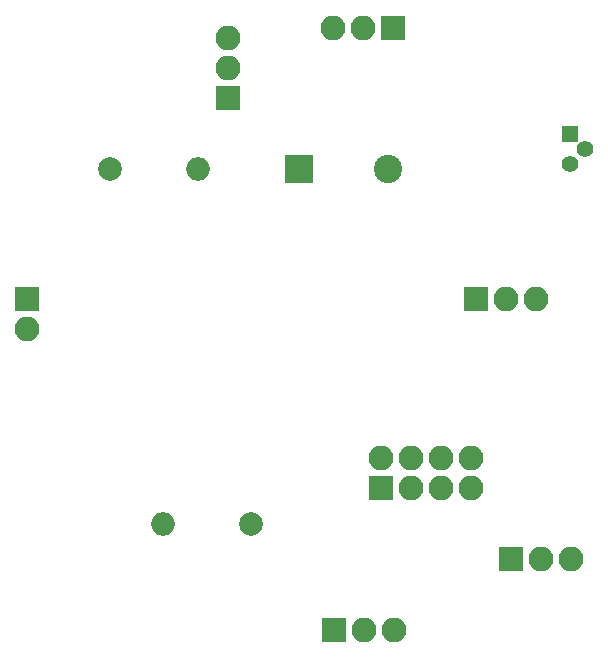
<source format=gbs>
G04 #@! TF.FileFunction,Soldermask,Bot*
%FSLAX46Y46*%
G04 Gerber Fmt 4.6, Leading zero omitted, Abs format (unit mm)*
G04 Created by KiCad (PCBNEW 4.0.7) date 03/26/19 14:41:24*
%MOMM*%
%LPD*%
G01*
G04 APERTURE LIST*
%ADD10C,0.100000*%
%ADD11R,2.400000X2.400000*%
%ADD12C,2.400000*%
%ADD13C,2.000000*%
%ADD14O,2.000000X2.000000*%
%ADD15R,2.100000X2.100000*%
%ADD16O,2.100000X2.100000*%
%ADD17C,1.400000*%
%ADD18R,1.400000X1.400000*%
G04 APERTURE END LIST*
D10*
D11*
X84000000Y-42000000D03*
D12*
X91600000Y-42000000D03*
D13*
X68000000Y-42000000D03*
D14*
X75500000Y-42000000D03*
D13*
X80000000Y-72000000D03*
D14*
X72500000Y-72000000D03*
D15*
X61000000Y-53000000D03*
D16*
X61000000Y-55540000D03*
D15*
X91000000Y-69000000D03*
D16*
X91000000Y-66460000D03*
X93540000Y-69000000D03*
X93540000Y-66460000D03*
X96080000Y-69000000D03*
X96080000Y-66460000D03*
X98620000Y-69000000D03*
X98620000Y-66460000D03*
D15*
X87000000Y-81000000D03*
D16*
X89540000Y-81000000D03*
X92080000Y-81000000D03*
D15*
X92000000Y-30000000D03*
D16*
X89460000Y-30000000D03*
X86920000Y-30000000D03*
D17*
X108270000Y-40270000D03*
X107000000Y-41540000D03*
D18*
X107000000Y-39000000D03*
D15*
X102000000Y-75000000D03*
D16*
X104540000Y-75000000D03*
X107080000Y-75000000D03*
D15*
X99000000Y-53000000D03*
D16*
X101540000Y-53000000D03*
X104080000Y-53000000D03*
D15*
X78000000Y-36000000D03*
D16*
X78000000Y-33460000D03*
X78000000Y-30920000D03*
M02*

</source>
